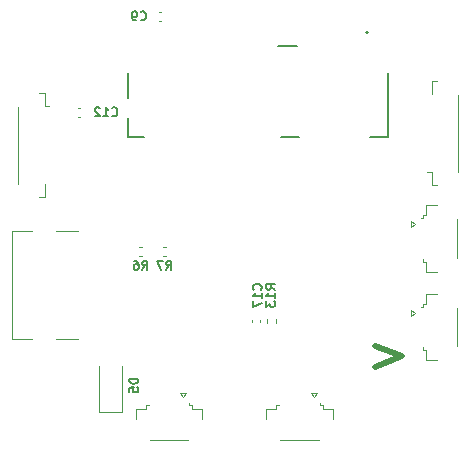
<source format=gbr>
%TF.GenerationSoftware,KiCad,Pcbnew,(5.1.10)-1*%
%TF.CreationDate,2021-11-06T19:36:26-04:00*%
%TF.ProjectId,MicroMod_Extension,4d696372-6f4d-46f6-945f-457874656e73,rev?*%
%TF.SameCoordinates,Original*%
%TF.FileFunction,Legend,Bot*%
%TF.FilePolarity,Positive*%
%FSLAX46Y46*%
G04 Gerber Fmt 4.6, Leading zero omitted, Abs format (unit mm)*
G04 Created by KiCad (PCBNEW (5.1.10)-1) date 2021-11-06 19:36:26*
%MOMM*%
%LPD*%
G01*
G04 APERTURE LIST*
%ADD10C,0.500000*%
%ADD11C,0.127000*%
%ADD12C,0.200000*%
%ADD13C,0.120000*%
%ADD14C,0.150000*%
G04 APERTURE END LIST*
D10*
X156337143Y-74287143D02*
X158622856Y-75144285D01*
X156337143Y-76001428D01*
D11*
%TO.C,J1*%
X149731000Y-48830000D02*
X148131000Y-48830000D01*
X135431000Y-51180000D02*
X135431000Y-53280000D01*
X135431000Y-56580000D02*
X135431000Y-54980000D01*
X136831000Y-56580000D02*
X135431000Y-56580000D01*
X149931000Y-56580000D02*
X148431000Y-56580000D01*
X157431000Y-56580000D02*
X155931000Y-56580000D01*
X157431000Y-51180000D02*
X157431000Y-56580000D01*
D12*
X155781000Y-47711000D02*
G75*
G03*
X155781000Y-47711000I-100000J0D01*
G01*
D13*
%TO.C,J7*%
X141748000Y-80462000D02*
X141748000Y-79562000D01*
X141748000Y-79562000D02*
X140898000Y-79562000D01*
X140898000Y-79562000D02*
X140898000Y-79262000D01*
X140898000Y-79262000D02*
X140648000Y-79262000D01*
X140648000Y-79262000D02*
X140648000Y-79122000D01*
X136128000Y-80462000D02*
X136128000Y-79562000D01*
X136128000Y-79562000D02*
X136978000Y-79562000D01*
X136978000Y-79562000D02*
X136978000Y-79262000D01*
X136978000Y-79262000D02*
X137228000Y-79262000D01*
X140578000Y-82182000D02*
X137298000Y-82182000D01*
X140388000Y-78268447D02*
X140138000Y-78622000D01*
X140138000Y-78622000D02*
X139888000Y-78268447D01*
X139888000Y-78268447D02*
X140388000Y-78268447D01*
%TO.C,J6*%
X163389000Y-59501000D02*
X163389000Y-53021000D01*
X161169000Y-51851000D02*
X161169000Y-52951000D01*
X161619000Y-51851000D02*
X161169000Y-51851000D01*
X161169000Y-59571000D02*
X160779000Y-59571000D01*
X161169000Y-60671000D02*
X161169000Y-59571000D01*
X161619000Y-60671000D02*
X161169000Y-60671000D01*
%TO.C,J5*%
X126171000Y-54037000D02*
X126171000Y-60517000D01*
X128391000Y-61687000D02*
X128391000Y-60587000D01*
X127941000Y-61687000D02*
X128391000Y-61687000D01*
X128391000Y-53967000D02*
X128781000Y-53967000D01*
X128391000Y-52867000D02*
X128391000Y-53967000D01*
X127941000Y-52867000D02*
X128391000Y-52867000D01*
%TO.C,J9*%
X159421447Y-71694000D02*
X159421447Y-71194000D01*
X159775000Y-71444000D02*
X159421447Y-71694000D01*
X159421447Y-71194000D02*
X159775000Y-71444000D01*
X163335000Y-71004000D02*
X163335000Y-74284000D01*
X160415000Y-74604000D02*
X160415000Y-74354000D01*
X160715000Y-74604000D02*
X160415000Y-74604000D01*
X160715000Y-75454000D02*
X160715000Y-74604000D01*
X161615000Y-75454000D02*
X160715000Y-75454000D01*
X160415000Y-70934000D02*
X160275000Y-70934000D01*
X160415000Y-70684000D02*
X160415000Y-70934000D01*
X160715000Y-70684000D02*
X160415000Y-70684000D01*
X160715000Y-69834000D02*
X160715000Y-70684000D01*
X161615000Y-69834000D02*
X160715000Y-69834000D01*
%TO.C,J8*%
X159421447Y-64201000D02*
X159421447Y-63701000D01*
X159775000Y-63951000D02*
X159421447Y-64201000D01*
X159421447Y-63701000D02*
X159775000Y-63951000D01*
X163335000Y-63511000D02*
X163335000Y-66791000D01*
X160415000Y-67111000D02*
X160415000Y-66861000D01*
X160715000Y-67111000D02*
X160415000Y-67111000D01*
X160715000Y-67961000D02*
X160715000Y-67111000D01*
X161615000Y-67961000D02*
X160715000Y-67961000D01*
X160415000Y-63441000D02*
X160275000Y-63441000D01*
X160415000Y-63191000D02*
X160415000Y-63441000D01*
X160715000Y-63191000D02*
X160415000Y-63191000D01*
X160715000Y-62341000D02*
X160715000Y-63191000D01*
X161615000Y-62341000D02*
X160715000Y-62341000D01*
%TO.C,J4*%
X150937000Y-78268447D02*
X151437000Y-78268447D01*
X151187000Y-78622000D02*
X150937000Y-78268447D01*
X151437000Y-78268447D02*
X151187000Y-78622000D01*
X151627000Y-82182000D02*
X148347000Y-82182000D01*
X148027000Y-79262000D02*
X148277000Y-79262000D01*
X148027000Y-79562000D02*
X148027000Y-79262000D01*
X147177000Y-79562000D02*
X148027000Y-79562000D01*
X147177000Y-80462000D02*
X147177000Y-79562000D01*
X151697000Y-79262000D02*
X151697000Y-79122000D01*
X151947000Y-79262000D02*
X151697000Y-79262000D01*
X151947000Y-79562000D02*
X151947000Y-79262000D01*
X152797000Y-79562000D02*
X151947000Y-79562000D01*
X152797000Y-80462000D02*
X152797000Y-79562000D01*
%TO.C,R13*%
X147194000Y-71982359D02*
X147194000Y-72289641D01*
X147954000Y-71982359D02*
X147954000Y-72289641D01*
%TO.C,R7*%
X138403359Y-66674000D02*
X138710641Y-66674000D01*
X138403359Y-65914000D02*
X138710641Y-65914000D01*
%TO.C,R6*%
X136371359Y-66674000D02*
X136678641Y-66674000D01*
X136371359Y-65914000D02*
X136678641Y-65914000D01*
%TO.C,D5*%
X134985000Y-79847000D02*
X132985000Y-79847000D01*
X132985000Y-79847000D02*
X132985000Y-75947000D01*
X134985000Y-79847000D02*
X134985000Y-75947000D01*
%TO.C,C17*%
X145944000Y-72028164D02*
X145944000Y-72243836D01*
X146664000Y-72028164D02*
X146664000Y-72243836D01*
%TO.C,C12*%
X131210164Y-54843000D02*
X131425836Y-54843000D01*
X131210164Y-54123000D02*
X131425836Y-54123000D01*
%TO.C,C9*%
X138068164Y-46715000D02*
X138283836Y-46715000D01*
X138068164Y-45995000D02*
X138283836Y-45995000D01*
%TO.C,J2*%
X131263000Y-73668000D02*
X129343000Y-73668000D01*
X129343000Y-64508000D02*
X131263000Y-64508000D01*
X127333000Y-64508000D02*
X125628000Y-64508000D01*
X125628000Y-73668000D02*
X127333000Y-73668000D01*
X125628000Y-64508000D02*
X125628000Y-73668000D01*
%TO.C,R13*%
D14*
X147918714Y-69487142D02*
X147555857Y-69233142D01*
X147918714Y-69051714D02*
X147156714Y-69051714D01*
X147156714Y-69342000D01*
X147193000Y-69414571D01*
X147229285Y-69450857D01*
X147301857Y-69487142D01*
X147410714Y-69487142D01*
X147483285Y-69450857D01*
X147519571Y-69414571D01*
X147555857Y-69342000D01*
X147555857Y-69051714D01*
X147918714Y-70212857D02*
X147918714Y-69777428D01*
X147918714Y-69995142D02*
X147156714Y-69995142D01*
X147265571Y-69922571D01*
X147338142Y-69850000D01*
X147374428Y-69777428D01*
X147156714Y-70466857D02*
X147156714Y-70938571D01*
X147447000Y-70684571D01*
X147447000Y-70793428D01*
X147483285Y-70866000D01*
X147519571Y-70902285D01*
X147592142Y-70938571D01*
X147773571Y-70938571D01*
X147846142Y-70902285D01*
X147882428Y-70866000D01*
X147918714Y-70793428D01*
X147918714Y-70575714D01*
X147882428Y-70503142D01*
X147846142Y-70466857D01*
%TO.C,R7*%
X138684000Y-67808714D02*
X138938000Y-67445857D01*
X139119428Y-67808714D02*
X139119428Y-67046714D01*
X138829142Y-67046714D01*
X138756571Y-67083000D01*
X138720285Y-67119285D01*
X138684000Y-67191857D01*
X138684000Y-67300714D01*
X138720285Y-67373285D01*
X138756571Y-67409571D01*
X138829142Y-67445857D01*
X139119428Y-67445857D01*
X138430000Y-67046714D02*
X137922000Y-67046714D01*
X138248571Y-67808714D01*
%TO.C,R6*%
X136652000Y-67808714D02*
X136906000Y-67445857D01*
X137087428Y-67808714D02*
X137087428Y-67046714D01*
X136797142Y-67046714D01*
X136724571Y-67083000D01*
X136688285Y-67119285D01*
X136652000Y-67191857D01*
X136652000Y-67300714D01*
X136688285Y-67373285D01*
X136724571Y-67409571D01*
X136797142Y-67445857D01*
X137087428Y-67445857D01*
X135998857Y-67046714D02*
X136144000Y-67046714D01*
X136216571Y-67083000D01*
X136252857Y-67119285D01*
X136325428Y-67228142D01*
X136361714Y-67373285D01*
X136361714Y-67663571D01*
X136325428Y-67736142D01*
X136289142Y-67772428D01*
X136216571Y-67808714D01*
X136071428Y-67808714D01*
X135998857Y-67772428D01*
X135962571Y-67736142D01*
X135926285Y-67663571D01*
X135926285Y-67482142D01*
X135962571Y-67409571D01*
X135998857Y-67373285D01*
X136071428Y-67337000D01*
X136216571Y-67337000D01*
X136289142Y-67373285D01*
X136325428Y-67409571D01*
X136361714Y-67482142D01*
%TO.C,D5*%
X136329714Y-77034571D02*
X135567714Y-77034571D01*
X135567714Y-77216000D01*
X135604000Y-77324857D01*
X135676571Y-77397428D01*
X135749142Y-77433714D01*
X135894285Y-77470000D01*
X136003142Y-77470000D01*
X136148285Y-77433714D01*
X136220857Y-77397428D01*
X136293428Y-77324857D01*
X136329714Y-77216000D01*
X136329714Y-77034571D01*
X135567714Y-78159428D02*
X135567714Y-77796571D01*
X135930571Y-77760285D01*
X135894285Y-77796571D01*
X135858000Y-77869142D01*
X135858000Y-78050571D01*
X135894285Y-78123142D01*
X135930571Y-78159428D01*
X136003142Y-78195714D01*
X136184571Y-78195714D01*
X136257142Y-78159428D01*
X136293428Y-78123142D01*
X136329714Y-78050571D01*
X136329714Y-77869142D01*
X136293428Y-77796571D01*
X136257142Y-77760285D01*
%TO.C,C17*%
X146703142Y-69487142D02*
X146739428Y-69450857D01*
X146775714Y-69342000D01*
X146775714Y-69269428D01*
X146739428Y-69160571D01*
X146666857Y-69088000D01*
X146594285Y-69051714D01*
X146449142Y-69015428D01*
X146340285Y-69015428D01*
X146195142Y-69051714D01*
X146122571Y-69088000D01*
X146050000Y-69160571D01*
X146013714Y-69269428D01*
X146013714Y-69342000D01*
X146050000Y-69450857D01*
X146086285Y-69487142D01*
X146775714Y-70212857D02*
X146775714Y-69777428D01*
X146775714Y-69995142D02*
X146013714Y-69995142D01*
X146122571Y-69922571D01*
X146195142Y-69850000D01*
X146231428Y-69777428D01*
X146013714Y-70466857D02*
X146013714Y-70974857D01*
X146775714Y-70648285D01*
%TO.C,C12*%
X134093857Y-54755142D02*
X134130142Y-54791428D01*
X134239000Y-54827714D01*
X134311571Y-54827714D01*
X134420428Y-54791428D01*
X134493000Y-54718857D01*
X134529285Y-54646285D01*
X134565571Y-54501142D01*
X134565571Y-54392285D01*
X134529285Y-54247142D01*
X134493000Y-54174571D01*
X134420428Y-54102000D01*
X134311571Y-54065714D01*
X134239000Y-54065714D01*
X134130142Y-54102000D01*
X134093857Y-54138285D01*
X133368142Y-54827714D02*
X133803571Y-54827714D01*
X133585857Y-54827714D02*
X133585857Y-54065714D01*
X133658428Y-54174571D01*
X133731000Y-54247142D01*
X133803571Y-54283428D01*
X133077857Y-54138285D02*
X133041571Y-54102000D01*
X132969000Y-54065714D01*
X132787571Y-54065714D01*
X132715000Y-54102000D01*
X132678714Y-54138285D01*
X132642428Y-54210857D01*
X132642428Y-54283428D01*
X132678714Y-54392285D01*
X133114142Y-54827714D01*
X132642428Y-54827714D01*
%TO.C,C9*%
X136525000Y-46627142D02*
X136561285Y-46663428D01*
X136670142Y-46699714D01*
X136742714Y-46699714D01*
X136851571Y-46663428D01*
X136924142Y-46590857D01*
X136960428Y-46518285D01*
X136996714Y-46373142D01*
X136996714Y-46264285D01*
X136960428Y-46119142D01*
X136924142Y-46046571D01*
X136851571Y-45974000D01*
X136742714Y-45937714D01*
X136670142Y-45937714D01*
X136561285Y-45974000D01*
X136525000Y-46010285D01*
X136162142Y-46699714D02*
X136017000Y-46699714D01*
X135944428Y-46663428D01*
X135908142Y-46627142D01*
X135835571Y-46518285D01*
X135799285Y-46373142D01*
X135799285Y-46082857D01*
X135835571Y-46010285D01*
X135871857Y-45974000D01*
X135944428Y-45937714D01*
X136089571Y-45937714D01*
X136162142Y-45974000D01*
X136198428Y-46010285D01*
X136234714Y-46082857D01*
X136234714Y-46264285D01*
X136198428Y-46336857D01*
X136162142Y-46373142D01*
X136089571Y-46409428D01*
X135944428Y-46409428D01*
X135871857Y-46373142D01*
X135835571Y-46336857D01*
X135799285Y-46264285D01*
%TD*%
M02*

</source>
